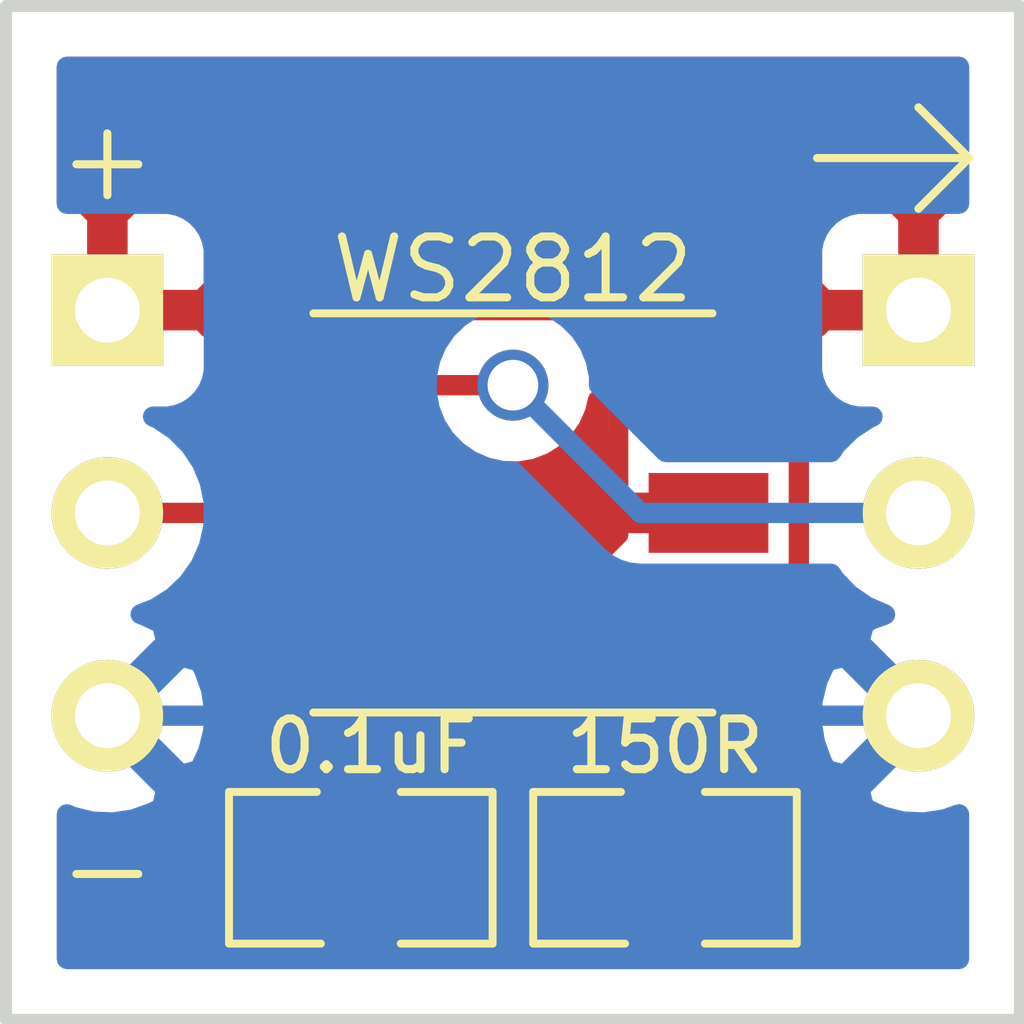
<source format=kicad_pcb>
(kicad_pcb (version 3) (host pcbnew "(2013-03-19 BZR 4004)-stable")

  (general
    (links 10)
    (no_connects 0)
    (area 192.964999 154.776312 206.0448 167.715001)
    (thickness 1.6)
    (drawings 9)
    (tracks 31)
    (zones 0)
    (modules 5)
    (nets 6)
  )

  (page A4)
  (title_block 
    (title "onepixel :: WS2812 break out board")
    (rev A)
    (company "seth hardy :: propaneandelectrons.com")
  )

  (layers
    (15 F.Cu signal)
    (0 B.Cu signal)
    (16 B.Adhes user)
    (17 F.Adhes user)
    (18 B.Paste user)
    (19 F.Paste user)
    (20 B.SilkS user)
    (21 F.SilkS user)
    (22 B.Mask user)
    (23 F.Mask user)
    (24 Dwgs.User user)
    (25 Cmts.User user)
    (26 Eco1.User user)
    (27 Eco2.User user)
    (28 Edge.Cuts user)
  )

  (setup
    (last_trace_width 0.254)
    (trace_clearance 0.254)
    (zone_clearance 0.508)
    (zone_45_only no)
    (trace_min 0.254)
    (segment_width 0.1016)
    (edge_width 0.15)
    (via_size 0.889)
    (via_drill 0.635)
    (via_min_size 0.889)
    (via_min_drill 0.508)
    (uvia_size 0.508)
    (uvia_drill 0.127)
    (uvias_allowed no)
    (uvia_min_size 0.508)
    (uvia_min_drill 0.127)
    (pcb_text_width 0.3)
    (pcb_text_size 1 1)
    (mod_edge_width 0.15)
    (mod_text_size 1 1)
    (mod_text_width 0.15)
    (pad_size 1 1)
    (pad_drill 0.6)
    (pad_to_mask_clearance 0)
    (aux_axis_origin 0 0)
    (visible_elements FFFFFFBF)
    (pcbplotparams
      (layerselection 3178497)
      (usegerberextensions true)
      (excludeedgelayer true)
      (linewidth 152400)
      (plotframeref false)
      (viasonmask false)
      (mode 1)
      (useauxorigin false)
      (hpglpennumber 1)
      (hpglpenspeed 20)
      (hpglpendiameter 15)
      (hpglpenoverlay 2)
      (psnegative false)
      (psa4output false)
      (plotreference true)
      (plotvalue true)
      (plotothertext true)
      (plotinvisibletext false)
      (padsonsilk false)
      (subtractmaskfromsilk false)
      (outputformat 1)
      (mirror false)
      (drillshape 1)
      (scaleselection 1)
      (outputdirectory ""))
  )

  (net 0 "")
  (net 1 /DIN)
  (net 2 /DOUT)
  (net 3 GND)
  (net 4 N-000005)
  (net 5 VCC)

  (net_class Default "This is the default net class."
    (clearance 0.254)
    (trace_width 0.254)
    (via_dia 0.889)
    (via_drill 0.635)
    (uvia_dia 0.508)
    (uvia_drill 0.127)
    (add_net "")
    (add_net /DIN)
    (add_net /DOUT)
    (add_net GND)
    (add_net N-000005)
    (add_net VCC)
  )

  (module SIL-3 (layer F.Cu) (tedit 5172DBEE) (tstamp 5172D9A1)
    (at 204.47 161.29 270)
    (descr "Connecteur 3 pins")
    (tags "CONN DEV")
    (path /5172D7B2)
    (fp_text reference P2 (at -5.08 0 270) (layer F.SilkS) hide
      (effects (font (size 1.016 1.016) (thickness 0.1016)))
    )
    (fp_text value OUT (at -4.445 0 360) (layer F.SilkS) hide
      (effects (font (size 0.762 0.762) (thickness 0.1016)))
    )
    (pad 1 thru_hole rect (at -2.54 0 270) (size 1.397 1.397) (drill 0.8128)
      (layers *.Cu *.Mask F.SilkS)
      (net 5 VCC)
    )
    (pad 2 thru_hole circle (at 0 0 270) (size 1.397 1.397) (drill 0.8128)
      (layers *.Cu *.Mask F.SilkS)
      (net 2 /DOUT)
    )
    (pad 3 thru_hole circle (at 2.54 0 270) (size 1.397 1.397) (drill 0.8128)
      (layers *.Cu *.Mask F.SilkS)
      (net 3 GND)
    )
  )

  (module SIL-3 (layer F.Cu) (tedit 5172DBF1) (tstamp 5172D992)
    (at 194.31 161.29 270)
    (descr "Connecteur 3 pins")
    (tags "CONN DEV")
    (path /5172D7A5)
    (fp_text reference P1 (at -5.08 0 270) (layer F.SilkS) hide
      (effects (font (size 1.016 1.016) (thickness 0.1016)))
    )
    (fp_text value IN (at -4.445 0 360) (layer F.SilkS) hide
      (effects (font (size 0.762 0.762) (thickness 0.1016)))
    )
    (pad 1 thru_hole rect (at -2.54 0 270) (size 1.397 1.397) (drill 0.8128)
      (layers *.Cu *.Mask F.SilkS)
      (net 5 VCC)
    )
    (pad 2 thru_hole circle (at 0 0 270) (size 1.397 1.397) (drill 0.8128)
      (layers *.Cu *.Mask F.SilkS)
      (net 1 /DIN)
    )
    (pad 3 thru_hole circle (at 2.54 0 270) (size 1.397 1.397) (drill 0.8128)
      (layers *.Cu *.Mask F.SilkS)
      (net 3 GND)
    )
  )

  (module SM0805 (layer F.Cu) (tedit 5172E1C7) (tstamp 5172DBEE)
    (at 197.485 165.735 180)
    (path /51539080)
    (attr smd)
    (fp_text reference R1 (at 0 -1.27 180) (layer F.SilkS) hide
      (effects (font (size 0.635 0.635) (thickness 0.1016)))
    )
    (fp_text value 150R (at -3.81 1.524 180) (layer F.SilkS)
      (effects (font (size 0.635 0.635) (thickness 0.1016)))
    )
    (fp_line (start 0.55118 0.94996) (end 1.651 0.94996) (layer F.SilkS) (width 0.09906))
    (fp_line (start 1.651 0.94996) (end 1.651 -0.94996) (layer F.SilkS) (width 0.09906))
    (fp_line (start 1.651 -0.94996) (end 0.50038 -0.94996) (layer F.SilkS) (width 0.09906))
    (fp_line (start -0.50038 -0.94996) (end -1.651 -0.94996) (layer F.SilkS) (width 0.09906))
    (fp_line (start -1.651 -0.94996) (end -1.651 0.94996) (layer F.SilkS) (width 0.09906))
    (fp_line (start -1.651 0.94996) (end -0.50038 0.94996) (layer F.SilkS) (width 0.09906))
    (pad 1 smd rect (at -0.9525 0 180) (size 0.889 1.397)
      (layers F.Cu F.Paste F.Mask)
      (net 4 N-000005)
    )
    (pad 2 smd rect (at 0.9525 0 180) (size 0.889 1.397)
      (layers F.Cu F.Paste F.Mask)
      (net 5 VCC)
    )
    (model smd/chip_cms.wrl
      (at (xyz 0 0 0))
      (scale (xyz 0.1 0.1 0.1))
      (rotate (xyz 0 0 0))
    )
  )

  (module SM0805 (layer F.Cu) (tedit 5172E1C0) (tstamp 5172D983)
    (at 201.295 165.735 180)
    (path /51539086)
    (attr smd)
    (fp_text reference C1 (at 0 -1.27 180) (layer F.SilkS) hide
      (effects (font (size 0.635 0.635) (thickness 0.1016)))
    )
    (fp_text value 0.1uF (at 3.683 1.524 180) (layer F.SilkS)
      (effects (font (size 0.635 0.635) (thickness 0.1016)))
    )
    (fp_line (start 0.55118 0.94996) (end 1.651 0.94996) (layer F.SilkS) (width 0.09906))
    (fp_line (start 1.651 0.94996) (end 1.651 -0.94996) (layer F.SilkS) (width 0.09906))
    (fp_line (start 1.651 -0.94996) (end 0.50038 -0.94996) (layer F.SilkS) (width 0.09906))
    (fp_line (start -0.50038 -0.94996) (end -1.651 -0.94996) (layer F.SilkS) (width 0.09906))
    (fp_line (start -1.651 -0.94996) (end -1.651 0.94996) (layer F.SilkS) (width 0.09906))
    (fp_line (start -1.651 0.94996) (end -0.50038 0.94996) (layer F.SilkS) (width 0.09906))
    (pad 1 smd rect (at -0.9525 0 180) (size 0.889 1.397)
      (layers F.Cu F.Paste F.Mask)
      (net 3 GND)
    )
    (pad 2 smd rect (at 0.9525 0 180) (size 0.889 1.397)
      (layers F.Cu F.Paste F.Mask)
      (net 4 N-000005)
    )
    (model smd/chip_cms.wrl
      (at (xyz 0 0 0))
      (scale (xyz 0.1 0.1 0.1))
      (rotate (xyz 0 0 0))
    )
  )

  (module 5050 (layer F.Cu) (tedit 5172E228) (tstamp 5172DFBC)
    (at 199.39 161.29)
    (path /5153907A)
    (fp_text reference U1 (at 0 3.2) (layer F.SilkS) hide
      (effects (font (size 0.762 0.762) (thickness 0.1016)))
    )
    (fp_text value WS2812 (at 0 -3.048) (layer F.SilkS)
      (effects (font (size 0.762 0.762) (thickness 0.1016)))
    )
    (fp_line (start -2.5 2.5) (end 2.5 2.5) (layer F.SilkS) (width 0.09906))
    (fp_line (start -2.5 -2.5) (end 2.5 -2.5) (layer F.SilkS) (width 0.09906))
    (pad 1 smd rect (at -2.45 -1.6) (size 1.5 1)
      (layers F.Cu F.Paste F.Mask)
      (net 2 /DOUT)
    )
    (pad 2 smd rect (at -2.45 0) (size 1.5 1)
      (layers F.Cu F.Paste F.Mask)
      (net 1 /DIN)
    )
    (pad 3 smd rect (at -2.45 1.6) (size 1.5 1)
      (layers F.Cu F.Paste F.Mask)
      (net 4 N-000005)
    )
    (pad 4 smd rect (at 2.45 1.6) (size 1.5 1)
      (layers F.Cu F.Paste F.Mask)
    )
    (pad 5 smd rect (at 2.45 0) (size 1.5 1)
      (layers F.Cu F.Paste F.Mask)
      (net 5 VCC)
    )
    (pad 6 smd rect (at 2.45 -1.6) (size 1.5 1)
      (layers F.Cu F.Paste F.Mask)
      (net 3 GND)
    )
  )

  (gr_line (start 205.105 156.845) (end 204.47 157.48) (angle 90) (layer F.SilkS) (width 0.1016))
  (gr_line (start 205.105 156.845) (end 204.47 156.21) (angle 90) (layer F.SilkS) (width 0.1016))
  (gr_line (start 203.2 156.845) (end 205.105 156.845) (angle 90) (layer F.SilkS) (width 0.1016))
  (gr_text - (at 194.31 165.735) (layer F.SilkS)
    (effects (font (size 1.016 1.016) (thickness 0.1016)))
  )
  (gr_text + (at 194.31 156.845) (layer F.SilkS)
    (effects (font (size 1.016 1.016) (thickness 0.1016)))
  )
  (gr_line (start 193.04 167.64) (end 193.04 154.94) (angle 90) (layer Edge.Cuts) (width 0.15))
  (gr_line (start 205.74 167.64) (end 193.04 167.64) (angle 90) (layer Edge.Cuts) (width 0.15))
  (gr_line (start 205.74 154.94) (end 205.74 167.64) (angle 90) (layer Edge.Cuts) (width 0.15))
  (gr_line (start 193.04 154.94) (end 205.74 154.94) (angle 90) (layer Edge.Cuts) (width 0.15))

  (segment (start 196.94 161.29) (end 194.31 161.29) (width 0.254) (layer F.Cu) (net 1))
  (via (at 199.39 159.69) (size 0.889) (layers F.Cu B.Cu) (net 2))
  (segment (start 196.94 159.69) (end 198.0713 159.69) (width 0.254) (layer F.Cu) (net 2))
  (segment (start 200.99 161.29) (end 199.39 159.69) (width 0.254) (layer B.Cu) (net 2))
  (segment (start 204.47 161.29) (end 200.99 161.29) (width 0.254) (layer B.Cu) (net 2))
  (segment (start 198.0713 159.69) (end 199.39 159.69) (width 0.254) (layer F.Cu) (net 2))
  (segment (start 202.9713 162.3313) (end 204.47 163.83) (width 0.254) (layer F.Cu) (net 3))
  (segment (start 202.9713 159.69) (end 202.9713 162.3313) (width 0.254) (layer F.Cu) (net 3))
  (segment (start 201.84 159.69) (end 202.9713 159.69) (width 0.254) (layer F.Cu) (net 3))
  (segment (start 203.0733 165.2267) (end 204.47 163.83) (width 0.254) (layer F.Cu) (net 3))
  (segment (start 203.0733 165.735) (end 203.0733 165.2267) (width 0.254) (layer F.Cu) (net 3))
  (segment (start 202.2475 165.735) (end 203.0733 165.735) (width 0.254) (layer F.Cu) (net 3))
  (segment (start 194.31 163.83) (end 204.47 163.83) (width 0.254) (layer B.Cu) (net 3))
  (segment (start 200.3425 165.735) (end 199.5167 165.735) (width 0.254) (layer F.Cu) (net 4))
  (segment (start 198.4375 165.735) (end 199.5167 165.735) (width 0.254) (layer F.Cu) (net 4))
  (segment (start 197.6117 166.3543) (end 197.6117 165.735) (width 0.254) (layer F.Cu) (net 4))
  (segment (start 197.1511 166.8149) (end 197.6117 166.3543) (width 0.254) (layer F.Cu) (net 4))
  (segment (start 195.9239 166.8149) (end 197.1511 166.8149) (width 0.254) (layer F.Cu) (net 4))
  (segment (start 195.7022 166.5932) (end 195.9239 166.8149) (width 0.254) (layer F.Cu) (net 4))
  (segment (start 195.7022 162.9965) (end 195.7022 166.5932) (width 0.254) (layer F.Cu) (net 4))
  (segment (start 195.8087 162.89) (end 195.7022 162.9965) (width 0.254) (layer F.Cu) (net 4))
  (segment (start 196.94 162.89) (end 195.8087 162.89) (width 0.254) (layer F.Cu) (net 4))
  (segment (start 198.4375 165.735) (end 197.6117 165.735) (width 0.254) (layer F.Cu) (net 4))
  (segment (start 201.84 161.29) (end 200.7087 161.29) (width 0.254) (layer F.Cu) (net 5))
  (segment (start 200.7087 161.5588) (end 200.7087 161.29) (width 0.254) (layer F.Cu) (net 5))
  (segment (start 196.5325 165.735) (end 200.7087 161.5588) (width 0.254) (layer F.Cu) (net 5))
  (segment (start 200.4434 158.75) (end 200.7087 159.0153) (width 0.254) (layer F.Cu) (net 5))
  (segment (start 194.31 158.75) (end 200.4434 158.75) (width 0.254) (layer F.Cu) (net 5))
  (segment (start 200.7087 161.29) (end 200.7087 159.0153) (width 0.254) (layer F.Cu) (net 5))
  (segment (start 200.974 158.75) (end 204.47 158.75) (width 0.254) (layer F.Cu) (net 5))
  (segment (start 200.7087 159.0153) (end 200.974 158.75) (width 0.254) (layer F.Cu) (net 5))

  (zone (net 3) (net_name GND) (layer B.Cu) (tstamp 5172E13F) (hatch edge 0.508)
    (connect_pads (clearance 0.508))
    (min_thickness 0.254)
    (fill (arc_segments 32) (thermal_gap 0.508) (thermal_bridge_width 0.508))
    (polygon
      (pts
        (xy 205.105 167.005) (xy 193.675 167.005) (xy 193.675 155.575) (xy 205.105 155.575)
      )
    )
    (filled_polygon
      (pts
        (xy 204.978 166.878) (xy 195.648067 166.878) (xy 195.648067 163.75897) (xy 195.608788 163.500425) (xy 195.520038 163.254432)
        (xy 195.463812 163.148687) (xy 195.230196 163.089409) (xy 194.489605 163.83) (xy 195.230196 164.570591) (xy 195.463812 164.511313)
        (xy 195.574172 164.274228) (xy 195.63638 164.020222) (xy 195.648067 163.75897) (xy 195.648067 166.878) (xy 193.802 166.878)
        (xy 193.802 165.064486) (xy 193.865772 165.094172) (xy 194.119778 165.15638) (xy 194.38103 165.168067) (xy 194.639575 165.128788)
        (xy 194.885568 165.040038) (xy 194.991313 164.983812) (xy 195.050591 164.750196) (xy 194.31 164.009605) (xy 194.295857 164.023747)
        (xy 194.116252 163.844142) (xy 194.130395 163.83) (xy 194.116252 163.815857) (xy 194.295857 163.636252) (xy 194.31 163.650395)
        (xy 195.050591 162.909804) (xy 194.991313 162.676188) (xy 194.754228 162.565828) (xy 194.726139 162.558948) (xy 194.914154 162.486022)
        (xy 195.134957 162.345897) (xy 195.324337 162.165552) (xy 195.475081 161.951858) (xy 195.581448 161.712955) (xy 195.639386 161.457941)
        (xy 195.643557 161.159244) (xy 195.592762 160.902711) (xy 195.493107 160.660931) (xy 195.348388 160.443111) (xy 195.164118 160.257549)
        (xy 194.947314 160.111313) (xy 194.881348 160.083583) (xy 195.070765 160.083527) (xy 195.192923 160.059339) (xy 195.308057 160.011884)
        (xy 195.41178 159.942971) (xy 195.500143 159.855223) (xy 195.569779 159.751983) (xy 195.618037 159.637183) (xy 195.643077 159.515197)
        (xy 195.643946 159.39067) (xy 195.643527 157.989235) (xy 195.619339 157.867077) (xy 195.571884 157.751943) (xy 195.502971 157.64822)
        (xy 195.415223 157.559857) (xy 195.311983 157.490221) (xy 195.197183 157.441963) (xy 195.075197 157.416923) (xy 194.95067 157.416054)
        (xy 193.802 157.416397) (xy 193.802 155.702) (xy 204.978 155.702) (xy 204.978 157.416093) (xy 203.709235 157.416473)
        (xy 203.587077 157.440661) (xy 203.471943 157.488116) (xy 203.36822 157.557029) (xy 203.279857 157.644777) (xy 203.210221 157.748017)
        (xy 203.161963 157.862817) (xy 203.136923 157.984803) (xy 203.136054 158.10933) (xy 203.136473 159.510765) (xy 203.160661 159.632923)
        (xy 203.208116 159.748057) (xy 203.277029 159.85178) (xy 203.364777 159.940143) (xy 203.468017 160.009779) (xy 203.582817 160.058037)
        (xy 203.704803 160.083077) (xy 203.82933 160.083946) (xy 203.895251 160.083926) (xy 203.849206 160.10253) (xy 203.630381 160.245725)
        (xy 203.443537 160.428695) (xy 203.375541 160.528) (xy 201.30563 160.528) (xy 200.468062 159.690431) (xy 200.469546 159.58415)
        (xy 200.428426 159.376481) (xy 200.347754 159.180753) (xy 200.2306 159.004423) (xy 200.081428 158.854207) (xy 199.905921 158.735825)
        (xy 199.710761 158.653788) (xy 199.503384 158.611219) (xy 199.291689 158.609741) (xy 199.083738 158.64941) (xy 198.887452 158.728715)
        (xy 198.710308 158.844634) (xy 198.559054 158.992753) (xy 198.43945 159.167431) (xy 198.356052 159.362012) (xy 198.312037 159.569087)
        (xy 198.309081 159.780767) (xy 198.347297 159.98899) (xy 198.42523 160.185825) (xy 198.53991 160.363773) (xy 198.686969 160.516058)
        (xy 198.860807 160.636879) (xy 199.054802 160.721633) (xy 199.261564 160.767093) (xy 199.392198 160.769829) (xy 200.451184 161.828815)
        (xy 200.505619 161.873528) (xy 200.559495 161.918736) (xy 200.563003 161.920664) (xy 200.566102 161.92321) (xy 200.62815 161.95648)
        (xy 200.689816 161.990381) (xy 200.693636 161.991592) (xy 200.697167 161.993486) (xy 200.764476 162.014064) (xy 200.831571 162.035348)
        (xy 200.835552 162.035794) (xy 200.839384 162.036966) (xy 200.909382 162.044076) (xy 200.979361 162.051926) (xy 200.987196 162.05198)
        (xy 200.987339 162.051995) (xy 200.987472 162.051982) (xy 200.99 162.052) (xy 203.374577 162.052) (xy 203.419888 162.122308)
        (xy 203.60155 162.310425) (xy 203.816291 162.459674) (xy 204.052579 162.562905) (xy 203.894432 162.619962) (xy 203.788687 162.676188)
        (xy 203.729409 162.909804) (xy 204.47 163.650395) (xy 204.484142 163.636252) (xy 204.663747 163.815857) (xy 204.649605 163.83)
        (xy 204.663747 163.844142) (xy 204.484142 164.023747) (xy 204.47 164.009605) (xy 204.290395 164.18921) (xy 204.290395 163.83)
        (xy 203.549804 163.089409) (xy 203.316188 163.148687) (xy 203.205828 163.385772) (xy 203.14362 163.639778) (xy 203.131933 163.90103)
        (xy 203.171212 164.159575) (xy 203.259962 164.405568) (xy 203.316188 164.511313) (xy 203.549804 164.570591) (xy 204.290395 163.83)
        (xy 204.290395 164.18921) (xy 203.729409 164.750196) (xy 203.788687 164.983812) (xy 204.025772 165.094172) (xy 204.279778 165.15638)
        (xy 204.54103 165.168067) (xy 204.799575 165.128788) (xy 204.978 165.064415) (xy 204.978 166.878)
      )
    )
  )
  (zone (net 5) (net_name VCC) (layer F.Cu) (tstamp 5172E14C) (hatch edge 0.508)
    (connect_pads (clearance 0.508))
    (min_thickness 0.254)
    (fill (arc_segments 32) (thermal_gap 0.508) (thermal_bridge_width 0.508))
    (polygon
      (pts
        (xy 205.105 167.005) (xy 193.675 167.005) (xy 193.675 155.575) (xy 205.105 155.575)
      )
    )
    (filled_polygon
      (pts
        (xy 203.157309 164.06506) (xy 202.80993 164.412439) (xy 202.758697 164.401923) (xy 202.63417 164.401054) (xy 201.740735 164.401473)
        (xy 201.618577 164.425661) (xy 201.503443 164.473116) (xy 201.39972 164.542029) (xy 201.311357 164.629777) (xy 201.295148 164.653806)
        (xy 201.281471 164.63322) (xy 201.193723 164.544857) (xy 201.090483 164.475221) (xy 200.975683 164.426963) (xy 200.853697 164.401923)
        (xy 200.72917 164.401054) (xy 199.835735 164.401473) (xy 199.713577 164.425661) (xy 199.598443 164.473116) (xy 199.49472 164.542029)
        (xy 199.406357 164.629777) (xy 199.390148 164.653806) (xy 199.376471 164.63322) (xy 199.288723 164.544857) (xy 199.185483 164.475221)
        (xy 199.070683 164.426963) (xy 198.948697 164.401923) (xy 198.82417 164.401054) (xy 197.930735 164.401473) (xy 197.808577 164.425661)
        (xy 197.693443 164.473116) (xy 197.58972 164.542029) (xy 197.501357 164.629777) (xy 197.485 164.654027) (xy 197.468643 164.629777)
        (xy 197.38028 164.542029) (xy 197.276557 164.473116) (xy 197.161423 164.425661) (xy 197.039265 164.401473) (xy 196.81825 164.4015)
        (xy 196.6595 164.56025) (xy 196.6595 165.608) (xy 196.6795 165.608) (xy 196.6795 165.862) (xy 196.6595 165.862)
        (xy 196.6595 165.882) (xy 196.4642 165.882) (xy 196.4642 164.025385) (xy 197.752265 164.025027) (xy 197.874423 164.000839)
        (xy 197.989557 163.953384) (xy 198.09328 163.884471) (xy 198.181643 163.796723) (xy 198.251279 163.693483) (xy 198.299537 163.578683)
        (xy 198.324577 163.456697) (xy 198.325446 163.33217) (xy 198.325027 162.327735) (xy 198.300839 162.205577) (xy 198.253384 162.090443)
        (xy 198.252877 162.08968) (xy 198.299537 161.978683) (xy 198.324577 161.856697) (xy 198.325446 161.73217) (xy 198.325027 160.727735)
        (xy 198.300839 160.605577) (xy 198.253384 160.490443) (xy 198.252877 160.48968) (xy 198.268717 160.452) (xy 198.625109 160.452)
        (xy 198.686969 160.516058) (xy 198.860807 160.636879) (xy 199.054802 160.721633) (xy 199.261564 160.767093) (xy 199.473219 160.771526)
        (xy 199.681704 160.734765) (xy 199.879077 160.658208) (xy 200.057822 160.544773) (xy 200.21113 160.39878) (xy 200.333161 160.22579)
        (xy 200.419268 160.032392) (xy 200.454816 159.875926) (xy 200.454973 160.252265) (xy 200.479161 160.374423) (xy 200.526616 160.489557)
        (xy 200.527122 160.490319) (xy 200.480463 160.601317) (xy 200.455423 160.723303) (xy 200.454554 160.84783) (xy 200.455 161.00425)
        (xy 200.61375 161.163) (xy 201.713 161.163) (xy 201.713 161.143) (xy 201.967 161.143) (xy 201.967 161.163)
        (xy 201.987 161.163) (xy 201.987 161.417) (xy 201.967 161.417) (xy 201.967 161.437) (xy 201.713 161.437)
        (xy 201.713 161.417) (xy 200.61375 161.417) (xy 200.455 161.57575) (xy 200.454554 161.73217) (xy 200.455423 161.856697)
        (xy 200.480463 161.978683) (xy 200.527256 162.09) (xy 200.480463 162.201317) (xy 200.455423 162.323303) (xy 200.454554 162.44783)
        (xy 200.454973 163.452265) (xy 200.479161 163.574423) (xy 200.526616 163.689557) (xy 200.595529 163.79328) (xy 200.683277 163.881643)
        (xy 200.786517 163.951279) (xy 200.901317 163.999537) (xy 201.023303 164.024577) (xy 201.14783 164.025446) (xy 202.652265 164.025027)
        (xy 202.774423 164.000839) (xy 202.889557 163.953384) (xy 202.99328 163.884471) (xy 203.081643 163.796723) (xy 203.137943 163.713253)
        (xy 203.134747 163.942124) (xy 203.157309 164.06506)
      )
    )
    (filled_polygon
      (pts
        (xy 204.978 157.41622) (xy 204.75575 157.4165) (xy 204.597 157.57525) (xy 204.597 158.623) (xy 204.617 158.623)
        (xy 204.617 158.877) (xy 204.597 158.877) (xy 204.597 158.897) (xy 204.343 158.897) (xy 204.343 158.877)
        (xy 204.343 158.623) (xy 204.343 157.57525) (xy 204.18425 157.4165) (xy 203.82933 157.416054) (xy 203.704803 157.416923)
        (xy 203.582817 157.441963) (xy 203.468017 157.490221) (xy 203.364777 157.559857) (xy 203.277029 157.64822) (xy 203.208116 157.751943)
        (xy 203.160661 157.867077) (xy 203.136473 157.989235) (xy 203.1365 158.46425) (xy 203.29525 158.623) (xy 204.343 158.623)
        (xy 204.343 158.877) (xy 203.29525 158.877) (xy 203.204063 158.968186) (xy 203.198061 158.966328) (xy 203.182646 158.961438)
        (xy 203.153384 158.890443) (xy 203.084471 158.78672) (xy 202.996723 158.698357) (xy 202.893483 158.628721) (xy 202.778683 158.580463)
        (xy 202.656697 158.555423) (xy 202.53217 158.554554) (xy 201.027735 158.554973) (xy 200.905577 158.579161) (xy 200.790443 158.626616)
        (xy 200.68672 158.695529) (xy 200.598357 158.783277) (xy 200.528721 158.886517) (xy 200.480463 159.001317) (xy 200.455423 159.123303)
        (xy 200.454554 159.24783) (xy 200.454662 159.508985) (xy 200.428426 159.376481) (xy 200.347754 159.180753) (xy 200.2306 159.004423)
        (xy 200.081428 158.854207) (xy 199.905921 158.735825) (xy 199.710761 158.653788) (xy 199.503384 158.611219) (xy 199.291689 158.609741)
        (xy 199.083738 158.64941) (xy 198.887452 158.728715) (xy 198.710308 158.844634) (xy 198.625177 158.928) (xy 198.268863 158.928)
        (xy 198.253384 158.890443) (xy 198.184471 158.78672) (xy 198.096723 158.698357) (xy 197.993483 158.628721) (xy 197.878683 158.580463)
        (xy 197.756697 158.555423) (xy 197.63217 158.554554) (xy 196.127735 158.554973) (xy 196.005577 158.579161) (xy 195.890443 158.626616)
        (xy 195.78672 158.695529) (xy 195.698357 158.783277) (xy 195.643527 158.864566) (xy 195.643527 157.989235) (xy 195.619339 157.867077)
        (xy 195.571884 157.751943) (xy 195.502971 157.64822) (xy 195.415223 157.559857) (xy 195.311983 157.490221) (xy 195.197183 157.441963)
        (xy 195.075197 157.416923) (xy 194.95067 157.416054) (xy 194.59575 157.4165) (xy 194.437 157.57525) (xy 194.437 158.623)
        (xy 195.48475 158.623) (xy 195.6435 158.46425) (xy 195.643527 157.989235) (xy 195.643527 158.864566) (xy 195.628721 158.886517)
        (xy 195.588928 158.981178) (xy 195.48475 158.877) (xy 194.437 158.877) (xy 194.437 158.897) (xy 194.183 158.897)
        (xy 194.183 158.877) (xy 194.163 158.877) (xy 194.163 158.623) (xy 194.183 158.623) (xy 194.183 157.57525)
        (xy 194.02425 157.4165) (xy 193.802 157.41622) (xy 193.802 155.702) (xy 204.978 155.702) (xy 204.978 157.41622)
      )
    )
  )
)

</source>
